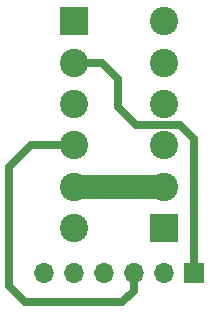
<source format=gbl>
G04 #@! TF.GenerationSoftware,KiCad,Pcbnew,7.0.7*
G04 #@! TF.CreationDate,2024-02-07T12:10:54-08:00*
G04 #@! TF.ProjectId,Raven Expansion,52617665-6e20-4457-9870-616e73696f6e,rev?*
G04 #@! TF.SameCoordinates,Original*
G04 #@! TF.FileFunction,Copper,L2,Bot*
G04 #@! TF.FilePolarity,Positive*
%FSLAX46Y46*%
G04 Gerber Fmt 4.6, Leading zero omitted, Abs format (unit mm)*
G04 Created by KiCad (PCBNEW 7.0.7) date 2024-02-07 12:10:54*
%MOMM*%
%LPD*%
G01*
G04 APERTURE LIST*
G04 #@! TA.AperFunction,ComponentPad*
%ADD10R,2.400000X2.400000*%
G04 #@! TD*
G04 #@! TA.AperFunction,ComponentPad*
%ADD11C,2.400000*%
G04 #@! TD*
G04 #@! TA.AperFunction,ComponentPad*
%ADD12R,1.700000X1.700000*%
G04 #@! TD*
G04 #@! TA.AperFunction,ComponentPad*
%ADD13O,1.700000X1.700000*%
G04 #@! TD*
G04 #@! TA.AperFunction,Conductor*
%ADD14C,0.700000*%
G04 #@! TD*
G04 #@! TA.AperFunction,Conductor*
%ADD15C,2.000000*%
G04 #@! TD*
G04 APERTURE END LIST*
D10*
X31810000Y-35130000D03*
D11*
X31810000Y-38630000D03*
X31810000Y-42130000D03*
X31810000Y-45630000D03*
X31810000Y-49130000D03*
X31810000Y-52630000D03*
D10*
X39430000Y-52630000D03*
D11*
X39430000Y-49130000D03*
X39430000Y-45630000D03*
X39430000Y-42130000D03*
X39430000Y-38630000D03*
X39430000Y-35130000D03*
D12*
X41985000Y-56395000D03*
D13*
X39445000Y-56395000D03*
X36905000Y-56395000D03*
X34365000Y-56395000D03*
X31825000Y-56395000D03*
X29285000Y-56395000D03*
D14*
X26350000Y-57560000D02*
X26350000Y-47450000D01*
X27710000Y-58920000D02*
X26350000Y-57560000D01*
X28170000Y-45630000D02*
X31810000Y-45630000D01*
X36905000Y-56395000D02*
X36905000Y-57965000D01*
X36905000Y-57965000D02*
X35950000Y-58920000D01*
X35950000Y-58920000D02*
X27710000Y-58920000D01*
X26350000Y-47450000D02*
X28170000Y-45630000D01*
X42025000Y-45055000D02*
X40850000Y-43880000D01*
X41985000Y-56395000D02*
X42025000Y-56355000D01*
X42025000Y-56355000D02*
X42025000Y-45055000D01*
X40850000Y-43880000D02*
X37070000Y-43880000D01*
X35550000Y-42360000D02*
X35550000Y-39980000D01*
X34200000Y-38630000D02*
X31810000Y-38630000D01*
X35550000Y-39980000D02*
X34200000Y-38630000D01*
X37070000Y-43880000D02*
X35550000Y-42360000D01*
D15*
X31810000Y-49130000D02*
X39430000Y-49130000D01*
M02*

</source>
